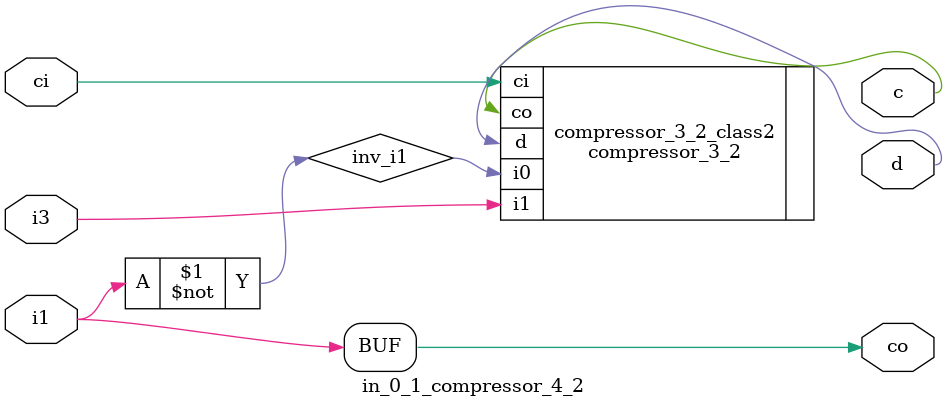
<source format=v>
`timescale 1ns / 1ps
module in_0_1_compressor_4_2(
        input wire i1   ,
        input wire i3   ,
        input wire ci   ,
        
        output wire co  ,
        output wire c   ,
        output wire d   
    );
    
    //相当于第一级3:2压缩器
    wire    inv_i1 ;  //i1取反后的信号
    assign  inv_i1 = ~i1;
    
    assign  co = i1;  //i0设为0,i2设为1,则co=i1
    
    //第二级3:2压缩器
    compressor_3_2 compressor_3_2_class2(
        .i0     (inv_i1),
        .i1     (i3),
        .ci     (ci),

        .co     (c),
        .d      (d)
    ); 
    
endmodule

</source>
